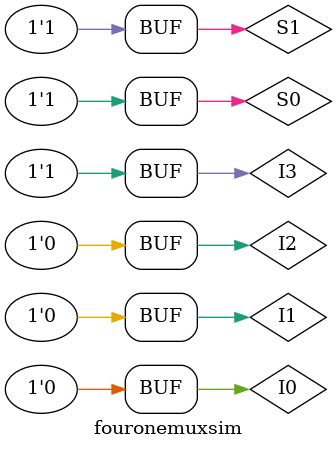
<source format=v>
`timescale 1ns / 1ps


module fouronemuxsim(

    );
    reg I0, I1, I2, I3, S0, S1;
    wire Y;
    
    fouronemux dut (.I0(I0), .I1(I1), .I2(I2), .I3(I3), .S0(S0), .S1(S1), .Y(Y));
    
    initial
    begin
    
    //Test I0
    I0 = 1;
    I1 = 0;
    I2 = 0;
    I3 = 0;
    S0 = 0;
    S1 = 0;
    #10;
    
    //Test I1
    I0 = 0;
    I1 = 1;
    I2 = 0;
    I3 = 0;
    S0 = 1;
    S1 = 0;
    #10;
    
    //Test I2
    I0 = 0;
    I1 = 0;
    I2 = 1;
    I3 = 0;
    S0 = 0;
    S1 = 1;
    #10;
    
    //Test I3
    I0 = 0;
    I1 = 0;
    I2 = 0;
    I3 = 1;
    S0 = 1;
    S1 = 1;
    #10;
    
    end
    
endmodule

</source>
